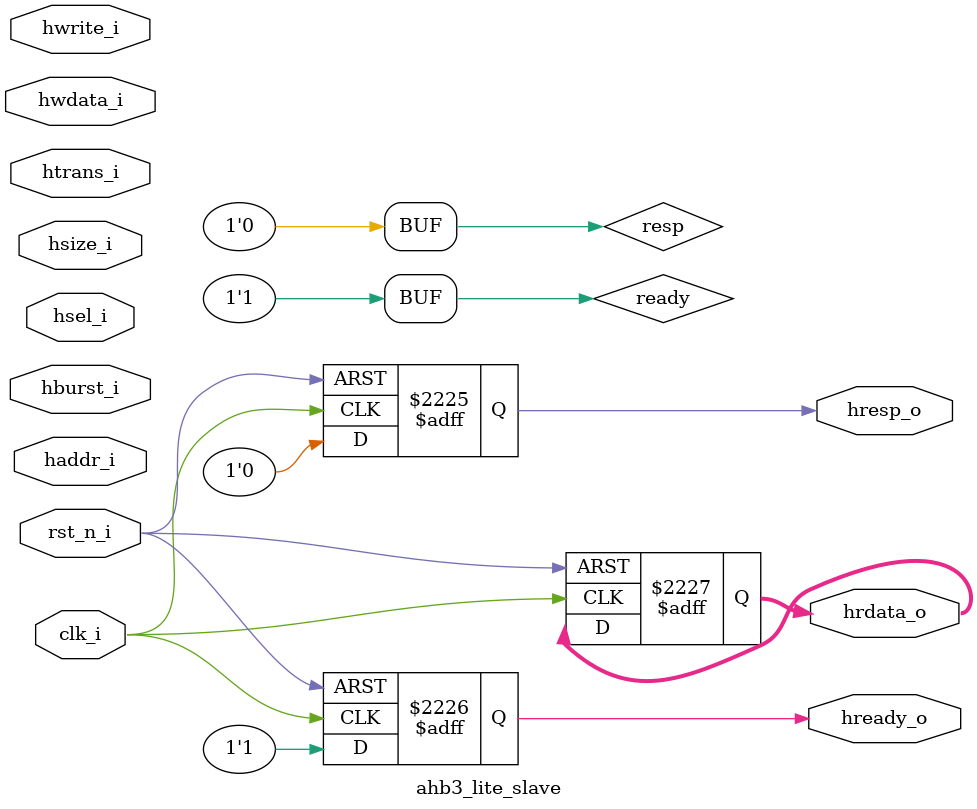
<source format=sv>
`default_nettype none

module ahb3_lite_slave #(
) (
    input  wire         clk_i,
    input  wire         rst_n_i,
    input  wire  [31:0] haddr_i,
    input  wire  [ 2:0] hburst_i,
    //input wire        h_must_lock,
    //input wire [3:0] hprot_i,
    input  wire  [ 2:0] hsize_i,
    input  wire  [ 1:0] htrans_i,
    input  wire  [31:0] hwdata_i,
    input  wire         hwrite_i,
    input  wire         hsel_i,
    output logic [31:0] hrdata_o,
    output logic        hready_o,
    output logic        hresp_o
);


    //######################################
    // trans type
    //######################################
    localparam [1:0] TRANS_IDLE = 2'b00;
    localparam [1:0] TRANS_BUSY = 2'b01;
    localparam [1:0] TRANS_NONSEQ = 2'b10;
    localparam [1:0] TRANS_SEQ = 2'b11;



    //######################################
    // burst type
    //######################################
    localparam [2:0] BURST_SINGLE = 3'b000;
    localparam [2:0] BURST_INCR = 3'b001;
    localparam [2:0] BURST_WRAP4 = 3'b010;
    localparam [2:0] BURST_INCR4 = 3'b011;
    localparam [2:0] BURST_WRAP8 = 3'b100;
    localparam [2:0] BURST_INCR8 = 3'b101;
    localparam [2:0] BURST_WRAP16 = 3'b110;
    localparam [2:0] BURST_INCR16 = 3'b111;



    //######################################
    // burst data transfer  max count 
    //######################################
    localparam [3:0] BURST_4_MAX = 4'd3;
    localparam [3:0] BURST_8_MAX = 4'd7;
    localparam [3:0] BURST_16_MAX = 4'd15;


    //######################################
    // hsize parameter 
    //######################################
    localparam [2:0] SIZE_BYTE = 3'b000;
    localparam [2:0] SIZE_HWORD = 3'b001;
    localparam [2:0] SIZE_WORD = 3'b010;
    localparam [2:0] SIZE_DWORD = 3'b011;
    localparam [2:0] SIZE_4WORD = 3'b101;
    localparam [2:0] SIZE_8WORD = 3'b110;
    localparam [2:0] SIZE_16WORD = 3'b111;
    //######################################
    //######################################

    wire         valid_transfer;
    logic        burst_flag;
    logic [ 3:0] burst_count;
    logic [ 3:0] burst_count_max;


    logic [31:0] haddr_ff;
    logic        ready;
    logic        resp;

    assign valid_transfer = (hready_o && hsel_i);


    //######################################
    // state  
    //######################################
    typedef enum logic [3:0] {
        S_IDLE,
        S_ADDR,
        S_READ,
        S_WRITE,
        S_BURST_READ,
        S_BURST_WRITE,
        S_BURST_READ_STREAM,  // formerly NON_SIZE
        S_BURST_WRITE_STREAM  // formerly NON_SIZE
    } state_t;


    state_t state;
    state_t state_next;


    always_comb begin
        state_next = state;
        case (state)
            S_IDLE: begin
                state_next = select_trans_type();
            end
            S_WRITE, S_READ: begin
                state_next = select_trans_type();
            end
            S_BURST_WRITE, S_BURST_READ: begin
                if (burst_count == burst_count_max) begin
                    state_next = select_trans_type();
                end
            end
            S_BURST_READ_STREAM, S_BURST_WRITE_STREAM: begin
                if (htrans_i != TRANS_SEQ) begin
                    state_next = select_trans_type();
                end
            end
            default: begin
                state_next = S_IDLE;
            end
        endcase
    end

    function state_t select_trans_type();
        if (valid_transfer && (htrans_i == TRANS_NONSEQ)) begin
            if (hburst_i == BURST_SINGLE) begin
                if (hwrite_i) begin
                    select_trans_type = S_WRITE;
                end else begin
                    select_trans_type = S_READ;
                end
            end else if (hburst_i == BURST_INCR) begin
                if (hwrite_i) begin
                    select_trans_type = S_BURST_WRITE_STREAM;
                end else begin
                    select_trans_type = S_BURST_READ_STREAM;
                end
            end else begin
                if (hwrite_i) begin
                    select_trans_type = S_BURST_WRITE;
                end else begin
                    select_trans_type = S_BURST_READ;
                end
            end
        end else begin
            select_trans_type = S_IDLE;
        end
    endfunction


    always_ff @(posedge clk_i or negedge rst_n_i) begin
        if (!rst_n_i) begin
            state <= S_IDLE;
        end else begin
            state <= state_next;
        end
    end

    //######################################
    //######################################


    //######################################
    // BURST transfer
    //######################################
    always_ff @(posedge clk_i or negedge rst_n_i) begin
        if (!rst_n_i) begin
            burst_count <= '0;
        end else if ((state == S_BURST_WRITE) || (state == S_BURST_READ)) begin
            if (valid_transfer) begin
                if ((htrans_i == TRANS_SEQ)) begin
                    if (burst_count == (burst_count_max - 1)) begin
                        burst_count <= '0;
                    end else begin
                        burst_count <= burst_count + 1;
                    end
                end else begin
                    burst_count <= '0;
                end
            end
        end else begin
            burst_count <= '0;
        end
    end

    always_ff @(posedge clk_i or negedge rst_n_i) begin
        if (!rst_n_i) begin
            burst_count_max <= '0;
        end else if ((state_next == S_BURST_WRITE) && (state_next == S_BURST_READ)) begin
            case (hburst_i)
                BURST_INCR4, BURST_WRAP4: begin
                    burst_count_max <= BURST_4_MAX;
                end
                BURST_INCR8, BURST_WRAP8: begin
                    burst_count_max <= BURST_8_MAX;
                end
                BURST_INCR16, BURST_WRAP16: begin
                    burst_count_max <= BURST_16_MAX;
                end
                default: begin
                    burst_count_max <= '0;
                end
            endcase
        end
    end

    //######################################
    //######################################

    //######################################
    // addr ff(1delay addr)
    //######################################

    always_ff @(posedge clk_i or negedge rst_n_i) begin
        if (!rst_n_i) begin
            haddr_ff <= '0;
        end else if (hready_o) begin
            haddr_ff <= haddr_i;
        end
    end

    //######################################
    //######################################


    //######################################
    // write transfer
    //######################################

    reg [31:0] test_reg;
    reg [31:0] test2_reg;


    always_ff @(posedge clk_i or negedge rst_n_i) begin
        if (!rst_n_i) begin
            test_reg  <= 'd0;
            test2_reg <= 'd0;
        end else if (hready_o) begin
            case (state)
                S_WRITE: begin
                    case (haddr_ff[31:2])
                        'h0: begin
                            test_reg <= write_reg(test_reg);
                        end
                        'h1: begin
                            test2_reg <= write_reg(test2_reg);
                        end
                    endcase
                end
                S_BURST_WRITE, S_BURST_WRITE_STREAM: begin
                    if (htrans_i == TRANS_SEQ) begin
                        case (haddr_ff[31:2])
                            'h0: begin
                                test_reg <= write_reg(test_reg);
                            end
                            'h1: begin
                                test2_reg <= write_reg(test2_reg);
                            end
                        endcase
                    end
                end
            endcase
        end
    end

    function automatic [31:0] write_reg(input [31:0] reg_in);
        write_reg = reg_in;
        case (hsize_i)
            SIZE_BYTE: begin
                case (haddr_ff[1:0])
                    2'b00: write_reg[7:0] = hwdata_i[7:0];
                    2'b01: write_reg[15:8] = hwdata_i[15:8];
                    2'b10: write_reg[23:16] = hwdata_i[23:16];
                    2'b11: write_reg[31:24] = hwdata_i[31:24];
                endcase
            end
            SIZE_HWORD: begin
                case (haddr_ff[1:0])
                    2'b00: write_reg[15:0] = hwdata_i[15:0];
                    2'b10: write_reg[31:16] = hwdata_i[31:16];
                endcase
            end
            SIZE_WORD: begin
                write_reg = hwdata_i;
            end
        endcase
    endfunction

    //######################################
    //######################################

    //######################################
    // read transfer
    //######################################


    always_ff @(posedge clk_i or negedge rst_n_i) begin
        if (!rst_n_i) begin
            hrdata_o <= '0;
        end else if (ready) begin
            case (state_next)
                S_READ: begin
                    case (haddr_i[31:2])
                        'h0: begin
                            test_reg <= write_reg(test_reg);
                        end
                        'h1: begin
                            test2_reg <= write_reg(test2_reg);
                        end
                    endcase
                end
                S_BURST_READ, S_BURST_READ_STREAM: begin
                    if (htrans_i[1] == 1) begin  //NONSEQ or SEQ
                        case (haddr_i[31:2])
                            'h0: begin
                                test_reg <= write_reg(test_reg);
                            end
                            'h1: begin
                                test2_reg <= write_reg(test2_reg);
                            end
                        endcase
                    end
                end
            endcase
        end
    end



    function automatic [31:0] read_reg(input [31:0] reg_in);
        read_reg = '0;
        case (hsize_i)
            SIZE_BYTE: begin
                case (haddr_i[1:0])
                    2'b00: read_reg[7:0] = reg_in[7:0];
                    2'b01: read_reg[15:8] = reg_in[15:8];
                    2'b10: read_reg[23:16] = reg_in[23:16];
                    2'b11: read_reg[31:24] = reg_in[31:24];
                endcase
            end
            SIZE_HWORD: begin
                case (haddr_i[1:0])
                    2'b00: read_reg[15:0] = reg_in[15:0];
                    2'b10: read_reg[31:16] = reg_in[31:16];
                endcase
            end
            SIZE_WORD: begin
                read_reg = reg_in;
            end
        endcase
    endfunction


    //######################################
    //######################################


    //######################################
    // ready
    //######################################
    assign ready = 1'b1;
    always_ff @(posedge clk_i or negedge rst_n_i) begin
        if (!rst_n_i) begin
            hready_o <= 1'b1;
        end else begin
            hready_o <= ready;
        end
    end

    //######################################
    //######################################

    //######################################
    // respone
    //######################################
    assign resp = 1'b0;
    always_ff @(posedge clk_i or negedge rst_n_i) begin
        if (!rst_n_i) begin
            hresp_o <= 1'b1;
        end else begin
            hresp_o <= resp;
        end
    end

    //######################################
    //######################################
endmodule
`default_nettype wire

</source>
